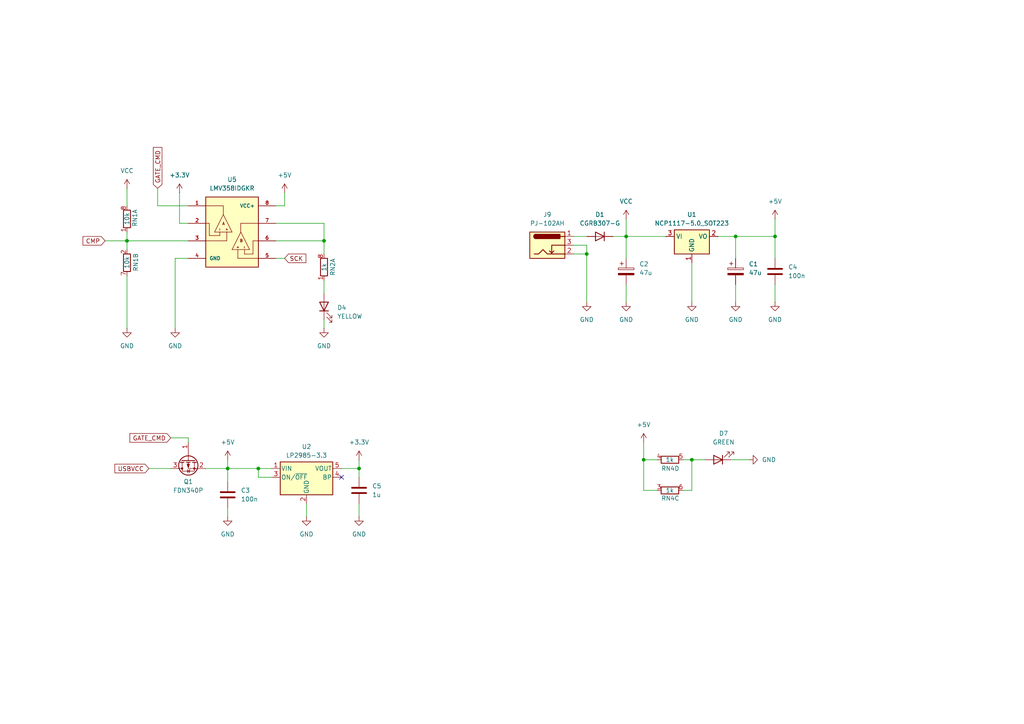
<source format=kicad_sch>
(kicad_sch (version 20231120) (generator "eeschema") (generator_version "8.0")
  (paper "A4")
  (title_block (title "Arduino Uno SMD Power") (date "2024-05-08") (rev "1") (company "Carlos Sabogal"))
  (lib_symbols
    (symbol "Arduino Uno SMD:LMV358IDGKR" (pin_names (offset 1.016))
      (property "Reference" "U" (at -7.62 10.668 0))
      (property "Value" "LMV358IDGKR" (at -7.62 -12.7 0))
      (symbol "LMV358IDGKR_0_0"
        (rectangle (start -7.62 10.16) (end 7.62 -10.16) (stroke (width 0.254)) (fill (type background)))
        (polyline (pts (xy -6.604 -1.016) (xy -6.604 2.54)) (stroke (width 0.1524)))
        (polyline (pts (xy -6.604 2.54) (xy -7.62 2.54)) (stroke (width 0.1524)))
        (polyline (pts (xy -5.08 0) (xy -2.54 5.08)) (stroke (width 0.1524)))
        (polyline (pts (xy -3.556 -1.016) (xy -6.604 -1.016)) (stroke (width 0.1524)))
        (polyline (pts (xy -3.556 0) (xy -5.08 0)) (stroke (width 0.1524)))
        (polyline (pts (xy -3.556 0) (xy -3.556 -1.016)) (stroke (width 0.1524)))
        (polyline (pts (xy -3.556 1.016) (xy -3.556 0.508)) (stroke (width 0.1524)))
        (polyline (pts (xy -2.54 5.08) (xy -2.54 7.62)) (stroke (width 0.1524)))
        (polyline (pts (xy -2.54 5.08) (xy 0 0)) (stroke (width 0.1524)))
        (polyline (pts (xy -2.54 7.62) (xy -7.62 7.62)) (stroke (width 0.1524)))
        (polyline (pts (xy -1.778 0.762) (xy -1.27 0.762)) (stroke (width 0.1524)))
        (polyline (pts (xy -1.524 -2.54) (xy -7.62 -2.54)) (stroke (width 0.1524)))
        (polyline (pts (xy -1.524 0) (xy -3.556 0)) (stroke (width 0.1524)))
        (polyline (pts (xy -1.524 0) (xy -1.524 -2.54)) (stroke (width 0.1524)))
        (polyline (pts (xy -1.524 0.508) (xy -1.524 1.016)) (stroke (width 0.1524)))
        (polyline (pts (xy 0 -5.08) (xy 2.54 0)) (stroke (width 0.1524)))
        (polyline (pts (xy 0 0) (xy -1.524 0)) (stroke (width 0.1524)))
        (polyline (pts (xy 1.4224 -4.4196) (xy 1.9304 -4.4196)) (stroke (width 0.1524)))
        (polyline (pts (xy 1.6764 -7.62) (xy 7.62 -7.62)) (stroke (width 0.1524)))
        (polyline (pts (xy 1.6764 -5.1308) (xy 1.6764 -7.62)) (stroke (width 0.1524)))
        (polyline (pts (xy 1.6764 -4.1656) (xy 1.6764 -4.6736)) (stroke (width 0.1524)))
        (polyline (pts (xy 2.5146 -0.1016) (xy 2.5146 2.54)) (stroke (width 0.1524)))
        (polyline (pts (xy 2.5146 2.54) (xy 7.62 2.54)) (stroke (width 0.1524)))
        (polyline (pts (xy 2.54 0) (xy 5.08 -5.08)) (stroke (width 0.1524)))
        (polyline (pts (xy 3.556 -4.191) (xy 3.556 -4.699)) (stroke (width 0.1524)))
        (polyline (pts (xy 3.6068 -6.3754) (xy 6.0706 -6.3754)) (stroke (width 0.1524)))
        (polyline (pts (xy 3.6068 -5.1054) (xy 3.6068 -6.3754)) (stroke (width 0.1524)))
        (polyline (pts (xy 5.08 -5.08) (xy 0 -5.08)) (stroke (width 0.1524)))
        (polyline (pts (xy 6.0706 -6.3754) (xy 6.0706 -2.54)) (stroke (width 0.1524)))
        (polyline (pts (xy 6.0706 -2.54) (xy 7.62 -2.54)) (stroke (width 0.1524)))
        (text "A" (at -2.921 1.9558 0) (effects (font (size 0.8128 0.8128)) (justify left bottom)))
        (text "B" (at 2.159 -2.9718 0) (effects (font (size 0.8128 0.8128)) (justify left bottom)))
        (pin output line (at -12.7 7.62 0) (length 5.08) (name "~") (number "1"))
        (pin input line (at -12.7 2.54 0) (length 5.08) (name "~") (number "2"))
        (pin input line (at -12.7 -2.54 0) (length 5.08) (name "~") (number "3"))
        (pin power_in line (at -12.7 -7.62 0) (length 5.08) (name "GND") (number "4"))
        (pin input line (at 12.7 -7.62 180) (length 5.08) (name "~") (number "5"))
        (pin input line (at 12.7 -2.54 180) (length 5.08) (name "~") (number "6"))
        (pin output line (at 12.7 2.54 180) (length 5.08) (name "~") (number "7"))
        (pin power_in line (at 12.7 7.62 180) (length 5.08) (name "VCC+") (number "8"))
      )
    )
    (symbol "Connector:Barrel_Jack_Switch" (pin_names hide)
      (property "Reference" "J" (at 0 5.334 0))
      (property "Value" "Barrel_Jack_Switch" (at 0 -5.08 0))
      (symbol "Barrel_Jack_Switch_0_1"
        (rectangle (start -5.08 3.81) (end 5.08 -3.81) (stroke (width 0.254)) (fill (type background)))
        (arc (start -3.302 3.175) (mid -3.9343 2.54) (end -3.302 1.905) (stroke (width 0.254)))
        (arc (start -3.302 3.175) (mid -3.9343 2.54) (end -3.302 1.905) (stroke (width 0.254)) (fill (type outline)))
        (polyline (pts (xy 1.27 -2.286) (xy 1.905 -1.651)) (stroke (width 0.254)))
        (polyline (pts (xy 5.08 2.54) (xy 3.81 2.54)) (stroke (width 0.254)))
        (polyline (pts (xy 5.08 0) (xy 1.27 0) (xy 1.27 -2.286) (xy 0.635 -1.651)) (stroke (width 0.254)))
        (polyline (pts (xy -3.81 -2.54) (xy -2.54 -2.54) (xy -1.27 -1.27) (xy 0 -2.54) (xy 2.54 -2.54) (xy 5.08 -2.54)) (stroke (width 0.254)))
        (rectangle (start 3.683 3.175) (end -3.302 1.905) (stroke (width 0.254)) (fill (type outline)))
      )
      (symbol "Barrel_Jack_Switch_1_1"
        (pin passive line (at 7.62 2.54 180) (length 2.54) (name "~") (number "1"))
        (pin passive line (at 7.62 -2.54 180) (length 2.54) (name "~") (number "2"))
        (pin passive line (at 7.62 0 180) (length 2.54) (name "~") (number "3"))
      )
    )
    (symbol "Device:C" (pin_numbers hide) (pin_names (offset 0.254))
      (property "Reference" "C" (at 0.635 2.54 0))
      (property "Value" "C" (at 0.635 -2.54 0))
      (symbol "C_0_1"
        (polyline (pts (xy -2.032 -0.762) (xy 2.032 -0.762)) (stroke (width 0.508)))
        (polyline (pts (xy -2.032 0.762) (xy 2.032 0.762)) (stroke (width 0.508)))
      )
      (symbol "C_1_1"
        (pin passive line (at 0 3.81 270) (length 2.794) (name "~") (number "1"))
        (pin passive line (at 0 -3.81 90) (length 2.794) (name "~") (number "2"))
      )
    )
    (symbol "Device:C_Polarized" (pin_numbers hide) (pin_names (offset 0.254))
      (property "Reference" "C" (at 0.635 2.54 0))
      (property "Value" "C_Polarized" (at 0.635 -2.54 0))
      (symbol "C_Polarized_0_1"
        (rectangle (start -2.286 0.508) (end 2.286 1.016))
        (polyline (pts (xy -1.778 2.286) (xy -0.762 2.286)))
        (polyline (pts (xy -1.27 2.794) (xy -1.27 1.778)))
        (rectangle (start 2.286 -0.508) (end -2.286 -1.016) (fill (type outline)))
      )
      (symbol "C_Polarized_1_1"
        (pin passive line (at 0 3.81 270) (length 2.794) (name "~") (number "1"))
        (pin passive line (at 0 -3.81 90) (length 2.794) (name "~") (number "2"))
      )
    )
    (symbol "Device:D" (pin_numbers hide) (pin_names (offset 1.016) hide)
      (property "Reference" "D" (at 0 2.54 0))
      (property "Value" "D" (at 0 -2.54 0))
      (symbol "D_0_1"
        (polyline (pts (xy -1.27 1.27) (xy -1.27 -1.27)) (stroke (width 0.254)))
        (polyline (pts (xy 1.27 0) (xy -1.27 0)))
        (polyline (pts (xy 1.27 1.27) (xy 1.27 -1.27) (xy -1.27 0) (xy 1.27 1.27)) (stroke (width 0.254)))
      )
      (symbol "D_1_1"
        (pin passive line (at -3.81 0 0) (length 2.54) (name "K") (number "1"))
        (pin passive line (at 3.81 0 180) (length 2.54) (name "A") (number "2"))
      )
    )
    (symbol "Device:LED" (pin_numbers hide) (pin_names (offset 1.016) hide)
      (property "Reference" "D" (at 0 2.54 0))
      (property "Value" "LED" (at 0 -2.54 0))
      (symbol "LED_0_1"
        (polyline (pts (xy -1.27 -1.27) (xy -1.27 1.27)) (stroke (width 0.254)))
        (polyline (pts (xy -1.27 0) (xy 1.27 0)))
        (polyline (pts (xy 1.27 -1.27) (xy 1.27 1.27) (xy -1.27 0) (xy 1.27 -1.27)) (stroke (width 0.254)))
        (polyline (pts (xy -3.048 -0.762) (xy -4.572 -2.286) (xy -3.81 -2.286) (xy -4.572 -2.286) (xy -4.572 -1.524)))
        (polyline (pts (xy -1.778 -0.762) (xy -3.302 -2.286) (xy -2.54 -2.286) (xy -3.302 -2.286) (xy -3.302 -1.524)))
      )
      (symbol "LED_1_1"
        (pin passive line (at -3.81 0 0) (length 2.54) (name "K") (number "1"))
        (pin passive line (at 3.81 0 180) (length 2.54) (name "A") (number "2"))
      )
    )
    (symbol "Device:Q_PMOS_GSD" (pin_names (offset 0) hide)
      (property "Reference" "Q" (at 5.08 1.27 0))
      (property "Value" "Q_PMOS_GSD" (at 5.08 -1.27 0))
      (symbol "Q_PMOS_GSD_0_1"
        (polyline (pts (xy 0.254 0) (xy -2.54 0)))
        (polyline (pts (xy 0.254 1.905) (xy 0.254 -1.905)) (stroke (width 0.254)))
        (polyline (pts (xy 0.762 -1.27) (xy 0.762 -2.286)) (stroke (width 0.254)))
        (polyline (pts (xy 0.762 0.508) (xy 0.762 -0.508)) (stroke (width 0.254)))
        (polyline (pts (xy 0.762 2.286) (xy 0.762 1.27)) (stroke (width 0.254)))
        (polyline (pts (xy 2.54 2.54) (xy 2.54 1.778)))
        (polyline (pts (xy 2.54 -2.54) (xy 2.54 0) (xy 0.762 0)))
        (polyline (pts (xy 0.762 1.778) (xy 3.302 1.778) (xy 3.302 -1.778) (xy 0.762 -1.778)))
        (polyline (pts (xy 2.286 0) (xy 1.27 0.381) (xy 1.27 -0.381) (xy 2.286 0)) (fill (type outline)))
        (polyline (pts (xy 2.794 -0.508) (xy 2.921 -0.381) (xy 3.683 -0.381) (xy 3.81 -0.254)))
        (polyline (pts (xy 3.302 -0.381) (xy 2.921 0.254) (xy 3.683 0.254) (xy 3.302 -0.381)))
        (circle (center 1.651 0) (radius 2.794) (stroke (width 0.254)))
        (circle (center 2.54 -1.778) (radius 0.254) (fill (type outline)))
        (circle (center 2.54 1.778) (radius 0.254) (fill (type outline)))
      )
      (symbol "Q_PMOS_GSD_1_1"
        (pin input line (at -5.08 0 0) (length 2.54) (name "G") (number "1"))
        (pin passive line (at 2.54 -5.08 90) (length 2.54) (name "S") (number "2"))
        (pin passive line (at 2.54 5.08 270) (length 2.54) (name "D") (number "3"))
      )
    )
    (symbol "Device:R_Pack04_Split" (pin_names (offset 0) hide)
      (property "Reference" "RN" (at 2.032 0 90))
      (property "Value" "R_Pack04_Split" (at 0 0 90))
      (symbol "R_Pack04_Split_0_1"
        (rectangle (start 1.016 2.54) (end -1.016 -2.54) (stroke (width 0.254)))
      )
      (symbol "R_Pack04_Split_1_1"
        (pin passive line (at 0 -3.81 90) (length 1.27) (name "R1.1") (number "1"))
        (pin passive line (at 0 3.81 270) (length 1.27) (name "R1.2") (number "8"))
      )
      (symbol "R_Pack04_Split_2_1"
        (pin passive line (at 0 -3.81 90) (length 1.27) (name "R2.1") (number "2"))
        (pin passive line (at 0 3.81 270) (length 1.27) (name "R2.2") (number "7"))
      )
      (symbol "R_Pack04_Split_3_1"
        (pin passive line (at 0 -3.81 90) (length 1.27) (name "R3.1") (number "3"))
        (pin passive line (at 0 3.81 270) (length 1.27) (name "R3.2") (number "6"))
      )
      (symbol "R_Pack04_Split_4_1"
        (pin passive line (at 0 -3.81 90) (length 1.27) (name "R4.1") (number "4"))
        (pin passive line (at 0 3.81 270) (length 1.27) (name "R4.2") (number "5"))
      )
    )
    (symbol "Regulator_Linear:LP2985-3.3" (pin_names (offset 0.254))
      (property "Reference" "U" (at -6.35 5.715 0))
      (property "Value" "LP2985-3.3" (at 0 5.715 0))
      (symbol "LP2985-3.3_0_1"
        (rectangle (start -7.62 -5.08) (end 7.62 4.445) (stroke (width 0.254)) (fill (type background)))
      )
      (symbol "LP2985-3.3_1_1"
        (pin power_in line (at -10.16 2.54 0) (length 2.54) (name "VIN") (number "1"))
        (pin power_in line (at 0 -7.62 90) (length 2.54) (name "GND") (number "2"))
        (pin input line (at -10.16 0 0) (length 2.54) (name "ON/~{OFF}") (number "3"))
        (pin input line (at 10.16 0 180) (length 2.54) (name "BP") (number "4"))
        (pin power_out line (at 10.16 2.54 180) (length 2.54) (name "VOUT") (number "5"))
      )
    )
    (symbol "Regulator_Linear:NCP1117-5.0_SOT223"
      (property "Reference" "U" (at -3.81 3.175 0))
      (property "Value" "NCP1117-5.0_SOT223" (at 0 3.175 0))
      (symbol "NCP1117-5.0_SOT223_0_1"
        (rectangle (start -5.08 -5.08) (end 5.08 1.905) (stroke (width 0.254)) (fill (type background)))
      )
      (symbol "NCP1117-5.0_SOT223_1_1"
        (pin power_in line (at 0 -7.62 90) (length 2.54) (name "GND") (number "1"))
        (pin power_out line (at 7.62 0 180) (length 2.54) (name "VO") (number "2"))
        (pin power_in line (at -7.62 0 0) (length 2.54) (name "VI") (number "3"))
      )
    )
    (symbol "power:+3.3V" (power) (pin_numbers hide) (pin_names (offset 0) hide)
      (property "Value" "+3.3V" (at 0 3.556 0))
      (symbol "+3.3V_0_1"
        (polyline (pts (xy -0.762 1.27) (xy 0 2.54)))
        (polyline (pts (xy 0 0) (xy 0 2.54)))
        (polyline (pts (xy 0 2.54) (xy 0.762 1.27)))
      )
      (symbol "+3.3V_1_1"
        (pin power_in line (at 0 0 90) (length 0) (name "~") (number "1"))
      )
    )
    (symbol "power:+5V" (power) (pin_numbers hide) (pin_names (offset 0) hide)
      (property "Value" "+5V" (at 0 3.556 0))
      (symbol "+5V_0_1"
        (polyline (pts (xy -0.762 1.27) (xy 0 2.54)))
        (polyline (pts (xy 0 0) (xy 0 2.54)))
        (polyline (pts (xy 0 2.54) (xy 0.762 1.27)))
      )
      (symbol "+5V_1_1"
        (pin power_in line (at 0 0 90) (length 0) (name "~") (number "1"))
      )
    )
    (symbol "power:GND" (power) (pin_numbers hide) (pin_names (offset 0) hide)
      (property "Value" "GND" (at 0 -3.81 0))
      (symbol "GND_0_1"
        (polyline (pts (xy 0 0) (xy 0 -1.27) (xy 1.27 -1.27) (xy 0 -2.54) (xy -1.27 -1.27) (xy 0 -1.27)))
      )
      (symbol "GND_1_1"
        (pin power_in line (at 0 0 270) (length 0) (name "~") (number "1"))
      )
    )
    (symbol "power:VCC" (power) (pin_numbers hide) (pin_names (offset 0) hide)
      (property "Value" "VCC" (at 0 3.556 0))
      (symbol "VCC_0_1"
        (polyline (pts (xy -0.762 1.27) (xy 0 2.54)))
        (polyline (pts (xy 0 0) (xy 0 2.54)))
        (polyline (pts (xy 0 2.54) (xy 0.762 1.27)))
      )
      (symbol "VCC_1_1"
        (pin power_in line (at 0 0 90) (length 0) (name "~") (number "1"))
      )
    )
  )
  (junction (at 74.93 135.89))
  (junction (at 170.18 73.66))
  (junction (at 200.66 133.35))
  (junction (at 186.69 133.35))
  (junction (at 224.79 68.58))
  (junction (at 104.14 135.89))
  (junction (at 213.36 68.58))
  (junction (at 93.98 69.85))
  (junction (at 36.83 69.85))
  (junction (at 181.61 68.58))
  (junction (at 66.04 135.89))
  (no_connect (at 99.06 138.43))
  (wire (pts (xy 181.61 87.63) (xy 181.61 82.55)))
  (wire (pts (xy 200.66 87.63) (xy 200.66 76.2)))
  (wire (pts (xy 93.98 95.25) (xy 93.98 92.71)))
  (wire (pts (xy 36.83 95.25) (xy 36.83 80.01)))
  (wire (pts (xy 224.79 68.58) (xy 224.79 63.5)))
  (wire (pts (xy 82.55 74.93) (xy 80.01 74.93)))
  (wire (pts (xy 93.98 64.77) (xy 93.98 69.85)))
  (wire (pts (xy 66.04 139.7) (xy 66.04 135.89)))
  (wire (pts (xy 104.14 135.89) (xy 99.06 135.89)))
  (wire (pts (xy 54.61 69.85) (xy 36.83 69.85)))
  (wire (pts (xy 30.48 69.85) (xy 36.83 69.85)))
  (wire (pts (xy 66.04 149.86) (xy 66.04 147.32)))
  (wire (pts (xy 186.69 133.35) (xy 190.5 133.35)))
  (wire (pts (xy 217.17 133.35) (xy 212.09 133.35)))
  (wire (pts (xy 186.69 133.35) (xy 186.69 142.24)))
  (wire (pts (xy 74.93 135.89) (xy 78.74 135.89)))
  (wire (pts (xy 54.61 127) (xy 54.61 128.27)))
  (wire (pts (xy 213.36 87.63) (xy 213.36 82.55)))
  (wire (pts (xy 80.01 64.77) (xy 93.98 64.77)))
  (wire (pts (xy 170.18 87.63) (xy 170.18 73.66)))
  (wire (pts (xy 82.55 59.69) (xy 80.01 59.69)))
  (wire (pts (xy 45.72 54.61) (xy 45.72 59.69)))
  (wire (pts (xy 59.69 135.89) (xy 66.04 135.89)))
  (wire (pts (xy 181.61 74.93) (xy 181.61 68.58)))
  (wire (pts (xy 170.18 71.12) (xy 170.18 73.66)))
  (wire (pts (xy 213.36 68.58) (xy 208.28 68.58)))
  (wire (pts (xy 181.61 63.5) (xy 181.61 68.58)))
  (wire (pts (xy 181.61 68.58) (xy 193.04 68.58)))
  (wire (pts (xy 177.8 68.58) (xy 181.61 68.58)))
  (wire (pts (xy 36.83 72.39) (xy 36.83 69.85)))
  (wire (pts (xy 49.53 127) (xy 54.61 127)))
  (wire (pts (xy 224.79 87.63) (xy 224.79 82.55)))
  (wire (pts (xy 80.01 69.85) (xy 93.98 69.85)))
  (wire (pts (xy 104.14 149.86) (xy 104.14 146.05)))
  (wire (pts (xy 82.55 55.88) (xy 82.55 59.69)))
  (wire (pts (xy 50.8 95.25) (xy 50.8 74.93)))
  (wire (pts (xy 36.83 69.85) (xy 36.83 67.31)))
  (wire (pts (xy 78.74 138.43) (xy 74.93 138.43)))
  (wire (pts (xy 186.69 142.24) (xy 190.5 142.24)))
  (wire (pts (xy 36.83 54.61) (xy 36.83 59.69)))
  (wire (pts (xy 93.98 81.28) (xy 93.98 85.09)))
  (wire (pts (xy 213.36 68.58) (xy 213.36 74.93)))
  (wire (pts (xy 224.79 74.93) (xy 224.79 68.58)))
  (wire (pts (xy 200.66 142.24) (xy 200.66 133.35)))
  (wire (pts (xy 88.9 149.86) (xy 88.9 146.05)))
  (wire (pts (xy 198.12 142.24) (xy 200.66 142.24)))
  (wire (pts (xy 213.36 68.58) (xy 224.79 68.58)))
  (wire (pts (xy 43.18 135.89) (xy 49.53 135.89)))
  (wire (pts (xy 204.47 133.35) (xy 200.66 133.35)))
  (wire (pts (xy 104.14 138.43) (xy 104.14 135.89)))
  (wire (pts (xy 104.14 133.35) (xy 104.14 135.89)))
  (wire (pts (xy 50.8 74.93) (xy 54.61 74.93)))
  (wire (pts (xy 66.04 133.35) (xy 66.04 135.89)))
  (wire (pts (xy 200.66 133.35) (xy 198.12 133.35)))
  (wire (pts (xy 170.18 71.12) (xy 166.37 71.12)))
  (wire (pts (xy 93.98 69.85) (xy 93.98 73.66)))
  (wire (pts (xy 74.93 138.43) (xy 74.93 135.89)))
  (wire (pts (xy 66.04 135.89) (xy 74.93 135.89)))
  (wire (pts (xy 52.07 64.77) (xy 54.61 64.77)))
  (wire (pts (xy 45.72 59.69) (xy 54.61 59.69)))
  (wire (pts (xy 52.07 55.88) (xy 52.07 64.77)))
  (wire (pts (xy 186.69 128.27) (xy 186.69 133.35)))
  (wire (pts (xy 170.18 73.66) (xy 166.37 73.66)))
  (wire (pts (xy 170.18 68.58) (xy 166.37 68.58)))
  (global_label "GATE_CMD" (shape input) (at 45.72 54.61 90) (property "Intersheetrefs" "${INTERSHEET_REFS}" (effects (hide yes))))
  (global_label "SCK" (shape input) (at 82.55 74.93 0) (property "Intersheetrefs" "${INTERSHEET_REFS}" (effects (hide yes))))
  (global_label "CMP" (shape input) (at 30.48 69.85 180) (property "Intersheetrefs" "${INTERSHEET_REFS}" (effects (hide yes))))
  (global_label "USBVCC" (shape input) (at 43.18 135.89 180) (property "Intersheetrefs" "${INTERSHEET_REFS}" (effects (hide yes))))
  (global_label "GATE_CMD" (shape input) (at 49.53 127 180) (property "Intersheetrefs" "${INTERSHEET_REFS}" (effects (hide yes))))
  (symbol (lib_id "Connector:Barrel_Jack_Switch") (at 158.75 71.12 0) (unit 1)
    (property "Reference" "J9" (at 158.75 62.23 0))
    (property "Value" "PJ-102AH" (at 158.75 64.77 0))
    (property "Footprint" "Connector_BarrelJack:BarrelJack_Kycon_KLDX-0202-xC_Horizontal" (effects (hide yes)))
    (property "Description" "DC Barrel Jack with an internal switch" (effects (hide yes)))
  )
  (symbol (lib_id "Device:C") (at 224.79 78.74 0) (unit 1)
    (property "Reference" "C4" (at 228.6 77.4699 0) (effects (justify left)))
    (property "Value" "100n" (at 228.6 80.0099 0) (effects (justify left)))
    (property "Footprint" "Capacitor_SMD:C_0603_1608Metric" (effects (hide yes)))
    (property "Description" "Unpolarized capacitor" (effects (hide yes)))
  )
  (symbol (lib_id "Arduino Uno SMD:LMV358IDGKR") (at 67.31 67.31 0) (unit 1)
    (property "Reference" "U5" (at 67.31 52.07 0))
    (property "Value" "LMV358IDGKR" (at 67.31 54.61 0))
    (property "Footprint" "Package_SO:MSOP-8_3x3mm_P0.65mm" (effects (hide yes)))
    (property "PARTREV" "X" (effects (hide yes)))
    (property "MANUFACTURER" "Texas Instruments" (effects (hide yes)))
    (property "MAXIMUM_PACKAGE_HEIGHT" "1.1mm" (effects (hide yes)))
    (property "STANDARD" "IPC-7351B" (effects (hide yes)))
  )
  (symbol (lib_id "Device:LED") (at 93.98 88.9 90) (unit 1)
    (property "Reference" "D4" (at 97.79 89.2174 90) (effects (justify right)))
    (property "Value" "YELLOW" (at 97.79 91.7574 90) (effects (justify right)))
    (property "Footprint" "LED_SMD:LED_0805_2012Metric" (effects (hide yes)))
    (property "Description" "Light emitting diode" (effects (hide yes)))
  )
  (symbol (lib_id "Device:R_Pack04_Split") (at 36.83 63.5 0) (unit 1)
    (property "Reference" "RN1" (at 39.116 65.786 90) (effects (justify left)))
    (property "Value" "10k" (at 36.83 65.278 90) (effects (justify left)))
    (property "Footprint" "Resistor_SMD:R_Array_Convex_4x0603" (effects (hide yes)))
    (property "Description" "4 resistor network, parallel topology, split" (effects (hide yes)))
  )
  (symbol (lib_id "power:GND") (at 93.98 95.25 0) (unit 1)
    (property "Reference" "#PWR014" (effects (hide yes)))
    (property "Value" "GND" (at 93.98 100.33 0))
    (property "Description" "Power symbol creates a global label with name \"GND\" , ground" (effects (hide yes)))
  )
  (symbol (lib_id "power:GND") (at 217.17 133.35 90) (unit 1)
    (property "Reference" "#PWR019" (effects (hide yes)))
    (property "Value" "GND" (at 220.98 133.3499 90) (effects (justify right)))
    (property "Description" "Power symbol creates a global label with name \"GND\" , ground" (effects (hide yes)))
  )
  (symbol (lib_id "Device:R_Pack04_Split") (at 36.83 76.2 180) (unit 2)
    (property "Reference" "RN1" (at 39.37 78.74 90) (effects (justify right)))
    (property "Value" "10k" (at 36.83 77.978 90) (effects (justify right)))
    (property "Footprint" "Resistor_SMD:R_Array_Convex_4x0603" (effects (hide yes)))
    (property "Description" "4 resistor network, parallel topology, split" (effects (hide yes)))
  )
  (symbol (lib_id "Regulator_Linear:LP2985-3.3") (at 88.9 138.43 0) (unit 1)
    (property "Reference" "U2" (at 88.9 129.54 0))
    (property "Value" "LP2985-3.3" (at 88.9 132.08 0))
    (property "Footprint" "Package_TO_SOT_SMD:SOT-23-5" (effects (hide yes)))
    (property "Datasheet" "http://www.ti.com/lit/ds/symlink/lp2985.pdf" (effects (hide yes)))
    (property "Description" "150mA 16V Low-noise Low-dropout Regulator With Shutdown, 3.3V output voltage, SOT-23-5" (effects (hide yes)))
  )
  (symbol (lib_id "power:+5V") (at 186.69 128.27 0) (unit 1)
    (property "Reference" "#PWR033" (effects (hide yes)))
    (property "Value" "+5V" (at 186.69 123.19 0))
    (property "Description" "Power symbol creates a global label with name \"+5V\"" (effects (hide yes)))
  )
  (symbol (lib_id "power:+5V") (at 82.55 55.88 0) (unit 1)
    (property "Reference" "#PWR013" (effects (hide yes)))
    (property "Value" "+5V" (at 82.55 50.8 0))
    (property "Description" "Power symbol creates a global label with name \"+5V\"" (effects (hide yes)))
  )
  (symbol (lib_id "Device:C") (at 66.04 143.51 180) (unit 1)
    (property "Reference" "C3" (at 69.85 142.24 0) (effects (justify right)))
    (property "Value" "100n" (at 69.85 144.78 0) (effects (justify right)))
    (property "Footprint" "Capacitor_SMD:C_0603_1608Metric" (effects (hide yes)))
    (property "Description" "Unpolarized capacitor" (effects (hide yes)))
  )
  (symbol (lib_id "Device:R_Pack04_Split") (at 93.98 77.47 0) (unit 1)
    (property "Reference" "RN2" (at 96.52 80.01 90) (effects (justify left)))
    (property "Value" "1k" (at 93.98 78.74 90) (effects (justify left)))
    (property "Footprint" "Resistor_SMD:R_Array_Convex_4x0603" (effects (hide yes)))
    (property "Description" "4 resistor network, parallel topology, split" (effects (hide yes)))
  )
  (symbol (lib_id "Device:C_Polarized") (at 181.61 78.74 0) (unit 1)
    (property "Reference" "C2" (at 185.42 76.5809 0) (effects (justify left)))
    (property "Value" "47u" (at 185.42 79.1209 0) (effects (justify left)))
    (property "Footprint" "Arduino Uno SMD:CAP_EEHZA1E470P" (effects (hide yes)))
    (property "Description" "Polarized capacitor" (effects (hide yes)))
  )
  (symbol (lib_id "power:GND") (at 213.36 87.63 0) (unit 1)
    (property "Reference" "#PWR07" (effects (hide yes)))
    (property "Value" "GND" (at 213.36 92.71 0))
    (property "Description" "Power symbol creates a global label with name \"GND\" , ground" (effects (hide yes)))
  )
  (symbol (lib_id "power:+3.3V") (at 52.07 55.88 0) (unit 1)
    (property "Reference" "#PWR010" (effects (hide yes)))
    (property "Value" "+3.3V" (at 52.07 50.8 0))
    (property "Description" "Power symbol creates a global label with name \"+3.3V\"" (effects (hide yes)))
  )
  (symbol (lib_id "Regulator_Linear:NCP1117-5.0_SOT223") (at 200.66 68.58 0) (unit 1)
    (property "Reference" "U1" (at 200.66 62.23 0))
    (property "Value" "NCP1117-5.0_SOT223" (at 200.66 64.77 0))
    (property "Footprint" "Package_TO_SOT_SMD:SOT-223-3_TabPin2" (effects (hide yes)))
    (property "Datasheet" "http://www.onsemi.com/pub_link/Collateral/NCP1117-D.PDF" (effects (hide yes)))
    (property "Description" "1A Low drop-out regulator, Fixed Output 5V, SOT-223" (effects (hide yes)))
  )
  (symbol (lib_id "Device:Q_PMOS_GSD") (at 54.61 133.35 90) (mirror x) (unit 1)
    (property "Reference" "Q1" (at 54.61 139.7 90))
    (property "Value" "FDN340P" (at 54.61 142.24 90))
    (property "Footprint" "Package_TO_SOT_SMD:SC-59" (effects (hide yes)))
    (property "Description" "P-MOSFET transistor, gate/source/drain" (effects (hide yes)))
  )
  (symbol (lib_id "power:VCC") (at 181.61 63.5 0) (unit 1)
    (property "Reference" "#PWR03" (effects (hide yes)))
    (property "Value" "VCC" (at 181.61 58.42 0))
    (property "Description" "Power symbol creates a global label with name \"VCC\"" (effects (hide yes)))
  )
  (symbol (lib_id "power:GND") (at 181.61 87.63 0) (unit 1)
    (property "Reference" "#PWR05" (effects (hide yes)))
    (property "Value" "GND" (at 181.61 92.71 0))
    (property "Description" "Power symbol creates a global label with name \"GND\" , ground" (effects (hide yes)))
  )
  (symbol (lib_id "Device:R_Pack04_Split") (at 194.31 133.35 270) (unit 4)
    (property "Reference" "RN4" (at 191.77 135.89 90) (effects (justify left)))
    (property "Value" "1k" (at 193.04 133.35 90) (effects (justify left)))
    (property "Footprint" "Resistor_SMD:R_Array_Convex_4x0603" (effects (hide yes)))
    (property "Description" "4 resistor network, parallel topology, split" (effects (hide yes)))
  )
  (symbol (lib_id "power:+3.3V") (at 104.14 133.35 0) (unit 1)
    (property "Reference" "#PWR015" (effects (hide yes)))
    (property "Value" "+3.3V" (at 104.14 128.27 0))
    (property "Description" "Power symbol creates a global label with name \"+3.3V\"" (effects (hide yes)))
  )
  (symbol (lib_id "Device:LED") (at 208.28 133.35 180) (unit 1)
    (property "Reference" "D7" (at 209.8675 125.73 0))
    (property "Value" "GREEN" (at 209.8675 128.27 0))
    (property "Footprint" "LED_SMD:LED_0805_2012Metric" (effects (hide yes)))
    (property "Description" "Light emitting diode" (effects (hide yes)))
  )
  (symbol (lib_id "Device:C_Polarized") (at 213.36 78.74 0) (unit 1)
    (property "Reference" "C1" (at 217.17 76.5809 0) (effects (justify left)))
    (property "Value" "47u" (at 217.17 79.1209 0) (effects (justify left)))
    (property "Footprint" "Arduino Uno SMD:CAP_EEHZA1E470P" (effects (hide yes)))
    (property "Description" "Polarized capacitor" (effects (hide yes)))
  )
  (symbol (lib_id "power:+5V") (at 66.04 133.35 0) (unit 1)
    (property "Reference" "#PWR01" (effects (hide yes)))
    (property "Value" "+5V" (at 66.04 128.27 0))
    (property "Description" "Power symbol creates a global label with name \"+5V\"" (effects (hide yes)))
  )
  (symbol (lib_id "power:GND") (at 50.8 95.25 0) (unit 1)
    (property "Reference" "#PWR012" (effects (hide yes)))
    (property "Value" "GND" (at 50.8 100.33 0))
    (property "Description" "Power symbol creates a global label with name \"GND\" , ground" (effects (hide yes)))
  )
  (symbol (lib_id "Device:C") (at 104.14 142.24 180) (unit 1)
    (property "Reference" "C5" (at 107.95 140.9699 0) (effects (justify right)))
    (property "Value" "1u" (at 107.95 143.5099 0) (effects (justify right)))
    (property "Footprint" "Capacitor_SMD:C_0603_1608Metric" (effects (hide yes)))
    (property "Description" "Unpolarized capacitor" (effects (hide yes)))
  )
  (symbol (lib_id "power:GND") (at 88.9 149.86 0) (unit 1)
    (property "Reference" "#PWR017" (effects (hide yes)))
    (property "Value" "GND" (at 88.9 154.94 0))
    (property "Description" "Power symbol creates a global label with name \"GND\" , ground" (effects (hide yes)))
  )
  (symbol (lib_id "power:VCC") (at 36.83 54.61 0) (unit 1)
    (property "Reference" "#PWR02" (effects (hide yes)))
    (property "Value" "VCC" (at 36.83 49.53 0))
    (property "Description" "Power symbol creates a global label with name \"VCC\"" (effects (hide yes)))
  )
  (symbol (lib_id "power:GND") (at 36.83 95.25 0) (unit 1)
    (property "Reference" "#PWR011" (effects (hide yes)))
    (property "Value" "GND" (at 36.83 100.33 0))
    (property "Description" "Power symbol creates a global label with name \"GND\" , ground" (effects (hide yes)))
  )
  (symbol (lib_id "power:GND") (at 224.79 87.63 0) (unit 1)
    (property "Reference" "#PWR09" (effects (hide yes)))
    (property "Value" "GND" (at 224.79 92.71 0))
    (property "Description" "Power symbol creates a global label with name \"GND\" , ground" (effects (hide yes)))
  )
  (symbol (lib_id "Device:D") (at 173.99 68.58 180) (unit 1)
    (property "Reference" "D1" (at 173.99 62.23 0))
    (property "Value" "CGRB307-G" (at 173.99 64.77 0))
    (property "Footprint" "Diode_SMD:D_SMB" (effects (hide yes)))
    (property "Datasheet" "https://www.comchiptech.com/admin/files/product/CGRB301-G%20Thru.%20CGRB307-G%20RevC.PDF" (effects (hide yes)))
    (property "Description" "Diode" (effects (hide yes)))
    (property "Sim.Device" "D" (effects (hide yes)))
    (property "Sim.Pins" "1=K 2=A" (effects (hide yes)))
  )
  (symbol (lib_id "Device:R_Pack04_Split") (at 194.31 142.24 270) (unit 3)
    (property "Reference" "RN4" (at 191.77 144.526 90) (effects (justify left)))
    (property "Value" "1k" (at 193.04 142.24 90) (effects (justify left)))
    (property "Footprint" "Resistor_SMD:R_Array_Convex_4x0603" (effects (hide yes)))
    (property "Description" "4 resistor network, parallel topology, split" (effects (hide yes)))
  )
  (symbol (lib_id "power:GND") (at 200.66 87.63 0) (unit 1)
    (property "Reference" "#PWR06" (effects (hide yes)))
    (property "Value" "GND" (at 200.66 92.71 0))
    (property "Description" "Power symbol creates a global label with name \"GND\" , ground" (effects (hide yes)))
  )
  (symbol (lib_id "power:+5V") (at 224.79 63.5 0) (unit 1)
    (property "Reference" "#PWR08" (effects (hide yes)))
    (property "Value" "+5V" (at 224.79 58.42 0))
    (property "Description" "Power symbol creates a global label with name \"+5V\"" (effects (hide yes)))
  )
  (symbol (lib_id "power:GND") (at 104.14 149.86 0) (unit 1)
    (property "Reference" "#PWR016" (effects (hide yes)))
    (property "Value" "GND" (at 104.14 154.94 0))
    (property "Description" "Power symbol creates a global label with name \"GND\" , ground" (effects (hide yes)))
  )
  (symbol (lib_id "power:GND") (at 170.18 87.63 0) (unit 1)
    (property "Reference" "#PWR04" (effects (hide yes)))
    (property "Value" "GND" (at 170.18 92.71 0))
    (property "Description" "Power symbol creates a global label with name \"GND\" , ground" (effects (hide yes)))
  )
  (symbol (lib_id "power:GND") (at 66.04 149.86 0) (unit 1)
    (property "Reference" "#PWR020" (effects (hide yes)))
    (property "Value" "GND" (at 66.04 154.94 0))
    (property "Description" "Power symbol creates a global label with name \"GND\" , ground" (effects (hide yes)))
  )
)
</source>
